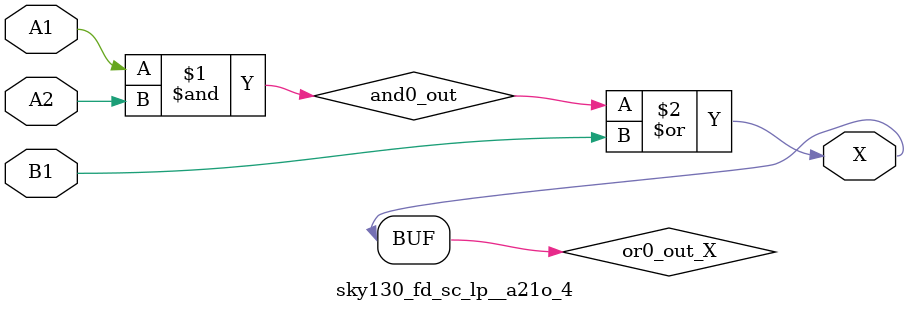
<source format=v>
/*
 * Copyright 2020 The SkyWater PDK Authors
 *
 * Licensed under the Apache License, Version 2.0 (the "License");
 * you may not use this file except in compliance with the License.
 * You may obtain a copy of the License at
 *
 *     https://www.apache.org/licenses/LICENSE-2.0
 *
 * Unless required by applicable law or agreed to in writing, software
 * distributed under the License is distributed on an "AS IS" BASIS,
 * WITHOUT WARRANTIES OR CONDITIONS OF ANY KIND, either express or implied.
 * See the License for the specific language governing permissions and
 * limitations under the License.
 *
 * SPDX-License-Identifier: Apache-2.0
*/


`ifndef SKY130_FD_SC_LP__A21O_4_FUNCTIONAL_V
`define SKY130_FD_SC_LP__A21O_4_FUNCTIONAL_V

/**
 * a21o: 2-input AND into first input of 2-input OR.
 *
 *       X = ((A1 & A2) | B1)
 *
 * Verilog simulation functional model.
 */

`timescale 1ns / 1ps
`default_nettype none

`celldefine
module sky130_fd_sc_lp__a21o_4 (
    X ,
    A1,
    A2,
    B1
);

    // Module ports
    output X ;
    input  A1;
    input  A2;
    input  B1;

    // Local signals
    wire and0_out ;
    wire or0_out_X;

    //  Name  Output     Other arguments
    and and0 (and0_out , A1, A2         );
    or  or0  (or0_out_X, and0_out, B1   );
    buf buf0 (X        , or0_out_X      );

endmodule
`endcelldefine

`default_nettype wire
`endif  // SKY130_FD_SC_LP__A21O_4_FUNCTIONAL_V

</source>
